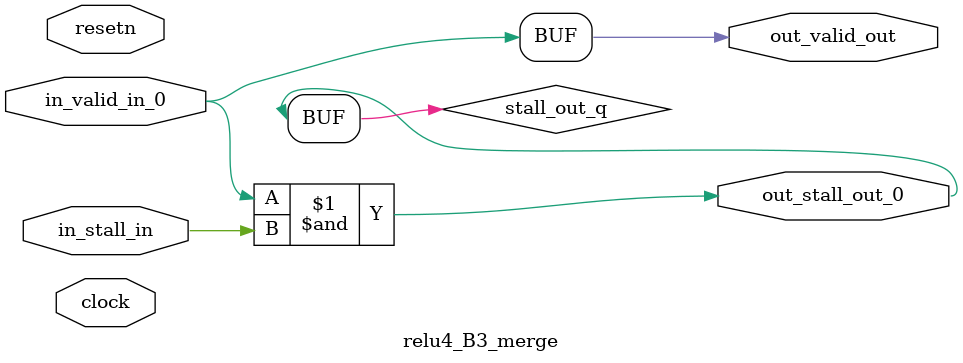
<source format=sv>



(* altera_attribute = "-name AUTO_SHIFT_REGISTER_RECOGNITION OFF; -name MESSAGE_DISABLE 10036; -name MESSAGE_DISABLE 10037; -name MESSAGE_DISABLE 14130; -name MESSAGE_DISABLE 14320; -name MESSAGE_DISABLE 15400; -name MESSAGE_DISABLE 14130; -name MESSAGE_DISABLE 10036; -name MESSAGE_DISABLE 12020; -name MESSAGE_DISABLE 12030; -name MESSAGE_DISABLE 12010; -name MESSAGE_DISABLE 12110; -name MESSAGE_DISABLE 14320; -name MESSAGE_DISABLE 13410; -name MESSAGE_DISABLE 113007; -name MESSAGE_DISABLE 10958" *)
module relu4_B3_merge (
    input wire [0:0] in_stall_in,
    input wire [0:0] in_valid_in_0,
    output wire [0:0] out_stall_out_0,
    output wire [0:0] out_valid_out,
    input wire clock,
    input wire resetn
    );

    wire [0:0] stall_out_q;


    // stall_out(LOGICAL,6)
    assign stall_out_q = in_valid_in_0 & in_stall_in;

    // out_stall_out_0(GPOUT,4)
    assign out_stall_out_0 = stall_out_q;

    // out_valid_out(GPOUT,5)
    assign out_valid_out = in_valid_in_0;

endmodule

</source>
